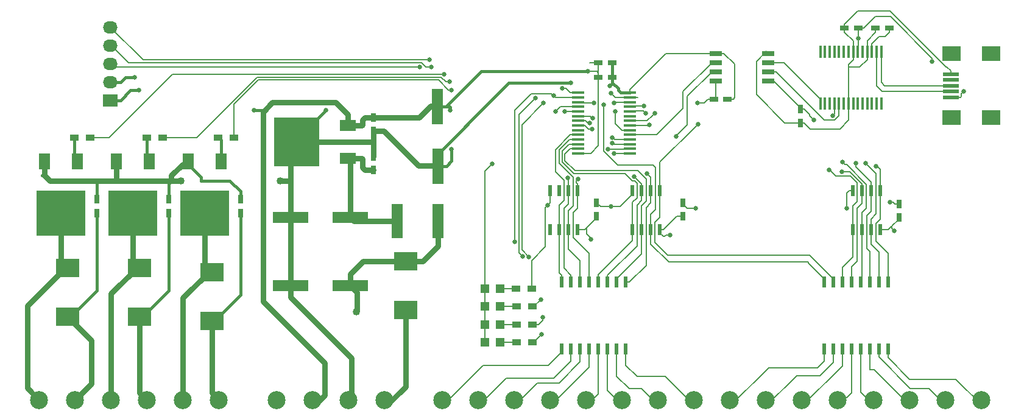
<source format=gtl>
G04 #@! TF.FileFunction,Copper,L1,Top,Signal*
%FSLAX46Y46*%
G04 Gerber Fmt 4.6, Leading zero omitted, Abs format (unit mm)*
G04 Created by KiCad (PCBNEW (2015-11-11 BZR 6310)-product) date Mon 12 Sep 2016 09:25:39 AM CDT*
%MOMM*%
G01*
G04 APERTURE LIST*
%ADD10C,0.100000*%
%ADD11R,0.600000X1.550000*%
%ADD12R,1.200000X0.750000*%
%ADD13R,0.750000X1.200000*%
%ADD14R,5.000000X1.600000*%
%ADD15R,1.600000X5.000000*%
%ADD16R,1.600000X4.700000*%
%ADD17R,2.301240X0.500380*%
%ADD18R,2.499360X1.998980*%
%ADD19R,1.524000X2.260600*%
%ADD20R,6.731000X6.223000*%
%ADD21R,1.200000X0.900000*%
%ADD22R,1.700000X0.650000*%
%ADD23R,2.260600X1.524000*%
%ADD24R,6.223000X6.731000*%
%ADD25R,3.299460X2.499360*%
%ADD26R,2.032000X1.727200*%
%ADD27O,2.032000X1.727200*%
%ADD28R,1.750000X0.450000*%
%ADD29R,0.600000X1.500000*%
%ADD30C,2.500000*%
%ADD31R,0.450000X1.750000*%
%ADD32R,1.198880X1.198880*%
%ADD33C,0.635000*%
%ADD34C,1.016000*%
%ADD35C,0.203200*%
%ADD36C,0.762000*%
%ADD37C,0.381000*%
G04 APERTURE END LIST*
D10*
D11*
X154555000Y-74800000D03*
X155825000Y-74800000D03*
X157095000Y-74800000D03*
X158365000Y-74800000D03*
X158365000Y-69400000D03*
X157095000Y-69400000D03*
X155825000Y-69400000D03*
X154555000Y-69400000D03*
X165985000Y-74800000D03*
X167255000Y-74800000D03*
X168525000Y-74800000D03*
X169795000Y-74800000D03*
X169795000Y-69400000D03*
X168525000Y-69400000D03*
X167255000Y-69400000D03*
X165985000Y-69400000D03*
D12*
X197358000Y-46814000D03*
X195458000Y-46814000D03*
D13*
X189296000Y-58056000D03*
X189296000Y-59956000D03*
D12*
X201676000Y-46814000D03*
X199776000Y-46814000D03*
X177300000Y-56650000D03*
X179200000Y-56650000D03*
D14*
X126740000Y-82570000D03*
X118440000Y-82620000D03*
X126740000Y-73070000D03*
X118440000Y-73120000D03*
D13*
X129940000Y-66520000D03*
X129940000Y-64620000D03*
X129940000Y-59220000D03*
X129940000Y-61120000D03*
D15*
X138860000Y-57680000D03*
X138910000Y-65980000D03*
D13*
X91500000Y-72500000D03*
X91500000Y-70600000D03*
X101500000Y-72500000D03*
X101500000Y-70600000D03*
X111500000Y-72500000D03*
X111500000Y-70600000D03*
D16*
X138940000Y-73620000D03*
X133240000Y-73620000D03*
D17*
X210201580Y-56399840D03*
X210201580Y-55599740D03*
X210201580Y-54799640D03*
X210201580Y-53999540D03*
X210201580Y-53199440D03*
D18*
X210300640Y-59249720D03*
X215799740Y-59249720D03*
X210300640Y-50349560D03*
X215799740Y-50349560D03*
D19*
X88786000Y-65337200D03*
X84214000Y-65337200D03*
D20*
X86500000Y-72500000D03*
D19*
X98786000Y-65337200D03*
X94214000Y-65337200D03*
D20*
X96500000Y-72500000D03*
D19*
X108786000Y-65337200D03*
X104214000Y-65337200D03*
D20*
X106500000Y-72500000D03*
D21*
X88400000Y-62000000D03*
X90600000Y-62000000D03*
X98500000Y-62000000D03*
X100700000Y-62000000D03*
X108400000Y-62000000D03*
X110600000Y-62000000D03*
D22*
X184850000Y-54105000D03*
X184850000Y-52835000D03*
X184850000Y-51565000D03*
X184850000Y-50295000D03*
X177550000Y-50295000D03*
X177550000Y-51565000D03*
X177550000Y-52835000D03*
X177550000Y-54105000D03*
D23*
X126440000Y-64906000D03*
X126440000Y-60334000D03*
D24*
X119277200Y-62620000D03*
D25*
X134440000Y-79218940D03*
X134440000Y-86021060D03*
X87500000Y-86901060D03*
X87500000Y-80098940D03*
X97500000Y-86901060D03*
X97500000Y-80098940D03*
X107500000Y-87500000D03*
X107500000Y-80697880D03*
D12*
X161248321Y-53614355D03*
X163148321Y-53614355D03*
X161248321Y-51614355D03*
X163148321Y-51614355D03*
D26*
X93400000Y-56820000D03*
D27*
X93400000Y-54280000D03*
X93400000Y-51740000D03*
X93400000Y-49200000D03*
X93400000Y-46660000D03*
D28*
X165600000Y-64225000D03*
X165600000Y-63575000D03*
X165600000Y-62925000D03*
X165600000Y-62275000D03*
X165600000Y-61625000D03*
X165600000Y-60975000D03*
X165600000Y-60325000D03*
X165600000Y-59675000D03*
X165600000Y-59025000D03*
X165600000Y-58375000D03*
X165600000Y-57725000D03*
X165600000Y-57075000D03*
X165600000Y-56425000D03*
X165600000Y-55775000D03*
X158400000Y-55775000D03*
X158400000Y-56425000D03*
X158400000Y-57075000D03*
X158400000Y-57725000D03*
X158400000Y-58375000D03*
X158400000Y-59025000D03*
X158400000Y-59675000D03*
X158400000Y-60325000D03*
X158400000Y-60975000D03*
X158400000Y-61625000D03*
X158400000Y-62275000D03*
X158400000Y-62925000D03*
X158400000Y-63575000D03*
X158400000Y-64225000D03*
D29*
X201490000Y-82100000D03*
X200220000Y-82100000D03*
X198950000Y-82100000D03*
X197680000Y-82100000D03*
X196410000Y-82100000D03*
X195140000Y-82100000D03*
X193870000Y-82100000D03*
X192600000Y-82100000D03*
X192600000Y-91400000D03*
X193870000Y-91400000D03*
X195140000Y-91400000D03*
X196410000Y-91400000D03*
X197680000Y-91400000D03*
X198950000Y-91400000D03*
X200220000Y-91400000D03*
X201490000Y-91400000D03*
X165045000Y-82100000D03*
X163775000Y-82100000D03*
X162505000Y-82100000D03*
X161235000Y-82100000D03*
X159965000Y-82100000D03*
X158695000Y-82100000D03*
X157425000Y-82100000D03*
X156155000Y-82100000D03*
X156155000Y-91400000D03*
X157425000Y-91400000D03*
X158695000Y-91400000D03*
X159965000Y-91400000D03*
X161235000Y-91400000D03*
X162505000Y-91400000D03*
X163775000Y-91400000D03*
X165045000Y-91400000D03*
D11*
X196600000Y-74800000D03*
X197870000Y-74800000D03*
X199140000Y-74800000D03*
X200410000Y-74800000D03*
X200410000Y-69400000D03*
X199140000Y-69400000D03*
X197870000Y-69400000D03*
X196600000Y-69400000D03*
D13*
X161000000Y-71050000D03*
X161000000Y-72950000D03*
X173000000Y-71050000D03*
X173000000Y-72950000D03*
X203000000Y-71214800D03*
X203000000Y-73114800D03*
D30*
X184500000Y-98500000D03*
X189500000Y-98500000D03*
X194500000Y-98500000D03*
X199500000Y-98500000D03*
X204500000Y-98500000D03*
X209500000Y-98500000D03*
X214500000Y-98500000D03*
X179500000Y-98500000D03*
X144500000Y-98500000D03*
X149500000Y-98500000D03*
X154500000Y-98500000D03*
X159500000Y-98500000D03*
X164500000Y-98500000D03*
X169500000Y-98500000D03*
X174500000Y-98500000D03*
X139500000Y-98500000D03*
D31*
X192100000Y-57300000D03*
X192750000Y-57300000D03*
X193400000Y-57300000D03*
X194050000Y-57300000D03*
X194700000Y-57300000D03*
X195350000Y-57300000D03*
X196000000Y-57300000D03*
X196650000Y-57300000D03*
X197300000Y-57300000D03*
X197950000Y-57300000D03*
X198600000Y-57300000D03*
X199250000Y-57300000D03*
X199900000Y-57300000D03*
X200550000Y-57300000D03*
X200550000Y-50100000D03*
X199900000Y-50100000D03*
X199250000Y-50100000D03*
X198600000Y-50100000D03*
X197950000Y-50100000D03*
X197300000Y-50100000D03*
X196650000Y-50100000D03*
X196000000Y-50100000D03*
X195350000Y-50100000D03*
X194700000Y-50100000D03*
X194050000Y-50100000D03*
X193400000Y-50100000D03*
X192750000Y-50100000D03*
X192100000Y-50100000D03*
D30*
X121500000Y-98500000D03*
X116500000Y-98500000D03*
X131500000Y-98500000D03*
X126500000Y-98500000D03*
X88500000Y-98500000D03*
X83500000Y-98500000D03*
X98500000Y-98500000D03*
X93500000Y-98500000D03*
X108500000Y-98500000D03*
X103500000Y-98500000D03*
D32*
X147598040Y-83000000D03*
X145500000Y-83000000D03*
X147549020Y-85500000D03*
X145450980Y-85500000D03*
X147549020Y-88000000D03*
X145450980Y-88000000D03*
X147598040Y-90500000D03*
X145500000Y-90500000D03*
D21*
X149800000Y-83000000D03*
X152000000Y-83000000D03*
X149900000Y-85500000D03*
X152100000Y-85500000D03*
X149900000Y-88000000D03*
X152100000Y-88000000D03*
X149900000Y-90500000D03*
X152100000Y-90500000D03*
D33*
X146500000Y-65700000D03*
D34*
X117000000Y-68000000D03*
X103200000Y-68000000D03*
D33*
X123400000Y-58200000D03*
X96800000Y-53600000D03*
X162800000Y-54800000D03*
X140800000Y-63600000D03*
X157400000Y-54400000D03*
X202400000Y-75000000D03*
X171200000Y-75600000D03*
X160200000Y-76200000D03*
X212000000Y-55600000D03*
X207631354Y-51439817D03*
X197358000Y-48200000D03*
X193800000Y-59000000D03*
X191200000Y-59600000D03*
X160400000Y-60800000D03*
X199800000Y-66000000D03*
X161977914Y-57422086D03*
X160600000Y-57200000D03*
X168332368Y-60203080D03*
X198400000Y-65600000D03*
X197000000Y-65600000D03*
X160000000Y-60000000D03*
X169057338Y-58628247D03*
X195177914Y-65422086D03*
X160450867Y-59323700D03*
X195073197Y-66770975D03*
X193323626Y-66479454D03*
X167800000Y-58600000D03*
X175082727Y-60144405D03*
X167600000Y-57600000D03*
X168000000Y-67000000D03*
X163400000Y-64200000D03*
X162600000Y-63600000D03*
X166233200Y-67400000D03*
X163200000Y-62806635D03*
X158400000Y-67800000D03*
X163200000Y-61993822D03*
X157000000Y-67600000D03*
X136400000Y-52200000D03*
X156600000Y-58400000D03*
X138000000Y-52200000D03*
X163000000Y-55800000D03*
X137800000Y-51200000D03*
X156200000Y-55200000D03*
X113400000Y-58200000D03*
X97400000Y-55400000D03*
X201800000Y-71000000D03*
X140600000Y-58200000D03*
X159800000Y-52800000D03*
X175000000Y-57200000D03*
X154200000Y-71400000D03*
X163000000Y-71600000D03*
X174800000Y-71800000D03*
X195800000Y-71800000D03*
D34*
X127600000Y-86200000D03*
D33*
X149622069Y-76500000D03*
X153220579Y-84529421D03*
X139809034Y-53196920D03*
X155044137Y-56212580D03*
X150694093Y-78538265D03*
X153500000Y-87000000D03*
X152500000Y-56500000D03*
X140543745Y-54255402D03*
X163422086Y-57177914D03*
X153600000Y-57218989D03*
X151600000Y-78600000D03*
X153350000Y-89400000D03*
X140822086Y-55377914D03*
X163600000Y-58400000D03*
X155312862Y-58390525D03*
X172015731Y-61859902D03*
D35*
X145500000Y-83000000D02*
X145500000Y-66700000D01*
X145500000Y-66700000D02*
X146500000Y-65700000D01*
X145500000Y-90500000D02*
X145500000Y-88049020D01*
X145500000Y-88049020D02*
X145450980Y-88000000D01*
X145500000Y-83000000D02*
X145500000Y-89000000D01*
D36*
X118440000Y-68000000D02*
X118440000Y-63457200D01*
X118440000Y-73120000D02*
X118440000Y-68000000D01*
X118440000Y-68000000D02*
X117000000Y-68000000D01*
X101500000Y-68000000D02*
X103200000Y-68000000D01*
X101863389Y-67943889D02*
X101919500Y-68000000D01*
X101863389Y-67294886D02*
X101863389Y-67943889D01*
X103452775Y-65705500D02*
X101863389Y-67294886D01*
X104214000Y-65705500D02*
X103452775Y-65705500D01*
D37*
X123400000Y-58200000D02*
X119277200Y-62322800D01*
X119277200Y-62322800D02*
X119277200Y-62620000D01*
X95477000Y-53600000D02*
X96800000Y-53600000D01*
X93400000Y-54280000D02*
X94797000Y-54280000D01*
X94797000Y-54280000D02*
X95477000Y-53600000D01*
X162800000Y-54800000D02*
X163148321Y-54451679D01*
X163148321Y-54451679D02*
X163148321Y-54370355D01*
X140800000Y-63600000D02*
X140800000Y-65271000D01*
X140800000Y-65271000D02*
X140091000Y-65980000D01*
X140091000Y-65980000D02*
X138910000Y-65980000D01*
X163977966Y-55200000D02*
X163977966Y-55408966D01*
X163977966Y-55408966D02*
X164344000Y-55775000D01*
X164344000Y-55775000D02*
X165600000Y-55775000D01*
X163148321Y-53614355D02*
X163148321Y-54370355D01*
X163148321Y-54370355D02*
X163977966Y-55200000D01*
X163148321Y-51614355D02*
X163148321Y-53614355D01*
X163148321Y-51614355D02*
X162923321Y-51614355D01*
X148790000Y-54400000D02*
X157400000Y-54400000D01*
X146800000Y-56390000D02*
X148790000Y-54400000D01*
X138910000Y-65980000D02*
X138910000Y-64280000D01*
X138910000Y-64280000D02*
X146800000Y-56390000D01*
D35*
X177550000Y-50295000D02*
X170651800Y-50295000D01*
X170651800Y-50295000D02*
X165600000Y-55346800D01*
X165600000Y-55346800D02*
X165600000Y-55775000D01*
X180200000Y-51800000D02*
X178695000Y-50295000D01*
X178695000Y-50295000D02*
X177550000Y-50295000D01*
X180200000Y-56453200D02*
X180200000Y-51800000D01*
X179200000Y-56650000D02*
X180003200Y-56650000D01*
X180003200Y-56650000D02*
X180200000Y-56453200D01*
X201539800Y-74800000D02*
X202000000Y-74339800D01*
X202000000Y-74339800D02*
X203000000Y-73339800D01*
X202400000Y-75000000D02*
X202000000Y-74600000D01*
X202000000Y-74600000D02*
X202000000Y-74339800D01*
X171200000Y-75600000D02*
X170595000Y-75600000D01*
X170595000Y-75600000D02*
X170416800Y-75778200D01*
X169795000Y-75275000D02*
X169795000Y-74800000D01*
X170416800Y-75778200D02*
X170298200Y-75778200D01*
X170298200Y-75778200D02*
X169795000Y-75275000D01*
X159600000Y-75400000D02*
X160200000Y-76000000D01*
X160200000Y-76000000D02*
X160200000Y-76200000D01*
X159600000Y-74575000D02*
X161000000Y-73175000D01*
X159375000Y-74800000D02*
X159600000Y-74575000D01*
X159600000Y-74575000D02*
X159600000Y-75400000D01*
X200410000Y-74800000D02*
X201539800Y-74800000D01*
X203000000Y-73339800D02*
X203000000Y-73114800D01*
X169795000Y-74800000D02*
X170298200Y-74800000D01*
X172421800Y-72950000D02*
X173000000Y-72950000D01*
X170298200Y-74800000D02*
X172148200Y-72950000D01*
X172148200Y-72950000D02*
X172421800Y-72950000D01*
X158365000Y-74800000D02*
X159375000Y-74800000D01*
X161000000Y-73175000D02*
X161000000Y-72950000D01*
D36*
X118440000Y-82620000D02*
X118440000Y-84182000D01*
X118440000Y-84182000D02*
X126940000Y-92682000D01*
X126940000Y-92682000D02*
X126940000Y-99120000D01*
X129940000Y-62482000D02*
X129940000Y-64620000D01*
X129802000Y-62620000D02*
X119277200Y-62620000D01*
X129940000Y-61120000D02*
X129940000Y-62482000D01*
X129940000Y-62482000D02*
X129802000Y-62620000D01*
X136240000Y-65920000D02*
X131440000Y-61120000D01*
X131440000Y-61120000D02*
X129940000Y-61120000D01*
X137990000Y-65920000D02*
X136240000Y-65920000D01*
X118440000Y-63457200D02*
X119277200Y-62620000D01*
X118440000Y-73120000D02*
X118440000Y-82620000D01*
D37*
X91500000Y-70600000D02*
X91500000Y-68000000D01*
X101500000Y-70600000D02*
X101500000Y-68419500D01*
X101500000Y-68419500D02*
X101919500Y-68000000D01*
X106000000Y-68000000D02*
X106000000Y-67491500D01*
X106000000Y-67491500D02*
X104214000Y-65705500D01*
X104214000Y-65705500D02*
X104214000Y-65337200D01*
X110000000Y-68000000D02*
X106000000Y-68000000D01*
X111500000Y-69500000D02*
X110000000Y-68000000D01*
X111500000Y-70375000D02*
X111500000Y-69500000D01*
X111500000Y-70600000D02*
X111500000Y-70375000D01*
X83889500Y-67229500D02*
X84214000Y-67229500D01*
D36*
X94250000Y-68000000D02*
X91500000Y-68000000D01*
X91500000Y-68000000D02*
X84984500Y-68000000D01*
X101919500Y-68000000D02*
X101500000Y-68000000D01*
X101500000Y-68000000D02*
X94250000Y-68000000D01*
X94214000Y-65337200D02*
X94214000Y-67229500D01*
X94214000Y-67229500D02*
X94250000Y-67265500D01*
X94250000Y-67265500D02*
X94250000Y-68000000D01*
X84214000Y-65337200D02*
X84214000Y-67229500D01*
X84214000Y-67229500D02*
X84984500Y-68000000D01*
D35*
X154305000Y-93700000D02*
X145190000Y-93700000D01*
X145190000Y-93700000D02*
X139600000Y-99290000D01*
X156155000Y-91400000D02*
X156155000Y-91850000D01*
X156155000Y-91850000D02*
X154305000Y-93700000D01*
X155000000Y-95500000D02*
X157425000Y-93075000D01*
X157425000Y-93075000D02*
X157425000Y-91400000D01*
X144600000Y-99290000D02*
X148390000Y-95500000D01*
X148390000Y-95500000D02*
X155000000Y-95500000D01*
X155800000Y-96100000D02*
X152790000Y-96100000D01*
X152790000Y-96100000D02*
X149600000Y-99290000D01*
X158695000Y-93205000D02*
X155800000Y-96100000D01*
X158695000Y-91400000D02*
X158695000Y-93205000D01*
X159965000Y-91400000D02*
X159965000Y-93925000D01*
X159965000Y-93925000D02*
X154600000Y-99290000D01*
X161235000Y-91400000D02*
X161235000Y-97655000D01*
X161235000Y-97655000D02*
X159600000Y-99290000D01*
X162505000Y-91400000D02*
X162505000Y-97195000D01*
X162505000Y-97195000D02*
X164600000Y-99290000D01*
X165500000Y-96900000D02*
X167210000Y-96900000D01*
X167210000Y-96900000D02*
X169600000Y-99290000D01*
X163775000Y-95175000D02*
X165500000Y-96900000D01*
X163775000Y-91400000D02*
X163775000Y-95175000D01*
X166600000Y-95200000D02*
X170510000Y-95200000D01*
X170510000Y-95200000D02*
X174600000Y-99290000D01*
X165045000Y-93645000D02*
X166600000Y-95200000D01*
X165045000Y-91400000D02*
X165045000Y-93645000D01*
X212000000Y-55600000D02*
X211682501Y-55917499D01*
X211682501Y-55917499D02*
X211682501Y-56272739D01*
X211682501Y-56272739D02*
X211555400Y-56399840D01*
X211555400Y-56399840D02*
X210201580Y-56399840D01*
X201840549Y-45200000D02*
X207631354Y-50990805D01*
X207631354Y-50990805D02*
X207631354Y-51439817D01*
X198161200Y-46814000D02*
X199775200Y-45200000D01*
X197358000Y-46814000D02*
X198161200Y-46814000D01*
X199775200Y-45200000D02*
X201840549Y-45200000D01*
X197358000Y-46814000D02*
X197358000Y-48200000D01*
X197358000Y-48200000D02*
X197358000Y-50042000D01*
X197358000Y-50042000D02*
X197300000Y-50100000D01*
X193800000Y-59000000D02*
X194050000Y-58750000D01*
X194050000Y-58750000D02*
X194050000Y-57300000D01*
X190600000Y-58781800D02*
X190600000Y-59000000D01*
X190600000Y-59000000D02*
X191200000Y-59600000D01*
X189296000Y-58056000D02*
X189874200Y-58056000D01*
X189874200Y-58056000D02*
X190600000Y-58781800D01*
X189296000Y-58056000D02*
X189296000Y-57831000D01*
X189296000Y-57831000D02*
X185570000Y-54105000D01*
X185570000Y-54105000D02*
X184850000Y-54105000D01*
X210201580Y-53199440D02*
X210201580Y-52746050D01*
X210201580Y-52746050D02*
X209655530Y-52200000D01*
X209655530Y-52200000D02*
X209600000Y-52200000D01*
X209600000Y-52200000D02*
X201800000Y-44400000D01*
X201800000Y-44400000D02*
X197293800Y-44400000D01*
X197293800Y-44400000D02*
X195458000Y-46235800D01*
X195458000Y-46235800D02*
X195458000Y-46814000D01*
X199776000Y-46814000D02*
X199776000Y-47392200D01*
X199776000Y-47392200D02*
X198600000Y-48568200D01*
X198600000Y-48568200D02*
X198600000Y-49021800D01*
X198600000Y-49021800D02*
X198600000Y-50100000D01*
X195458000Y-46814000D02*
X195458000Y-47392200D01*
X195458000Y-47392200D02*
X196650000Y-48584200D01*
X196650000Y-48584200D02*
X196650000Y-49021800D01*
X196650000Y-49021800D02*
X196650000Y-50100000D01*
X196000000Y-52200000D02*
X196000000Y-56221800D01*
X196000000Y-51828200D02*
X196000000Y-52200000D01*
X196000000Y-52200000D02*
X197578200Y-52200000D01*
X197578200Y-52200000D02*
X198600000Y-51178200D01*
X198600000Y-51178200D02*
X198600000Y-50100000D01*
X196650000Y-50100000D02*
X196650000Y-51178200D01*
X196650000Y-51178200D02*
X196000000Y-51828200D01*
X196000000Y-56221800D02*
X196000000Y-57300000D01*
X194800000Y-60800000D02*
X196000000Y-59600000D01*
X196000000Y-59600000D02*
X196000000Y-57300000D01*
X190718200Y-60800000D02*
X194800000Y-60800000D01*
X189296000Y-59956000D02*
X189874200Y-59956000D01*
X189874200Y-59956000D02*
X190718200Y-60800000D01*
X184620000Y-50000000D02*
X184620000Y-50065000D01*
X184620000Y-50065000D02*
X184850000Y-50295000D01*
X183200000Y-56000000D02*
X183200000Y-51420000D01*
X183200000Y-51420000D02*
X184620000Y-50000000D01*
X187156000Y-59956000D02*
X183200000Y-56000000D01*
X189296000Y-59956000D02*
X187156000Y-59956000D01*
X201068200Y-48000000D02*
X200271800Y-48000000D01*
X200271800Y-48000000D02*
X199250000Y-49021800D01*
X199250000Y-49021800D02*
X199250000Y-50100000D01*
X201676000Y-46814000D02*
X201676000Y-47392200D01*
X201676000Y-47392200D02*
X201068200Y-48000000D01*
D36*
X128440000Y-65013700D02*
X128440000Y-66157000D01*
X128803000Y-66520000D02*
X129940000Y-66520000D01*
X128440000Y-66157000D02*
X128803000Y-66520000D01*
X126440000Y-64906000D02*
X128332300Y-64906000D01*
X128332300Y-64906000D02*
X128440000Y-65013700D01*
X126740000Y-73070000D02*
X126740000Y-65206000D01*
X126740000Y-65206000D02*
X126440000Y-64906000D01*
X133240000Y-73620000D02*
X127290000Y-73620000D01*
X127290000Y-73620000D02*
X126740000Y-73070000D01*
X134440000Y-86021060D02*
X134440000Y-96620000D01*
X134440000Y-96620000D02*
X131940000Y-99120000D01*
X83500000Y-98500000D02*
X81843891Y-96843891D01*
X87099950Y-80098940D02*
X87500000Y-80098940D01*
X81843891Y-96843891D02*
X81843891Y-85354999D01*
X81843891Y-85354999D02*
X87099950Y-80098940D01*
X86500000Y-72500000D02*
X86500000Y-79098940D01*
X86500000Y-79098940D02*
X87500000Y-80098940D01*
X96500000Y-72500000D02*
X96500000Y-79098940D01*
X96500000Y-79098940D02*
X97500000Y-80098940D01*
X93500000Y-98500000D02*
X93500000Y-83698890D01*
X93500000Y-83698890D02*
X97099950Y-80098940D01*
X97099950Y-80098940D02*
X97500000Y-80098940D01*
X106500000Y-72500000D02*
X106500000Y-79697880D01*
X106500000Y-79697880D02*
X107500000Y-80697880D01*
X103500000Y-98500000D02*
X103500000Y-84297830D01*
X103500000Y-84297830D02*
X107099950Y-80697880D01*
X107099950Y-80697880D02*
X107500000Y-80697880D01*
D35*
X199900000Y-50100000D02*
X199900000Y-54855543D01*
X199900000Y-54855543D02*
X200644197Y-55599740D01*
X200644197Y-55599740D02*
X210201580Y-55599740D01*
X201000360Y-54799640D02*
X200550000Y-54349280D01*
X200550000Y-54349280D02*
X200550000Y-53516778D01*
X200550000Y-50100000D02*
X200550000Y-53516778D01*
X201000360Y-54799640D02*
X210201580Y-54799640D01*
D37*
X88400000Y-62000000D02*
X88400000Y-64951200D01*
X88400000Y-64951200D02*
X88786000Y-65337200D01*
X98500000Y-62000000D02*
X98500000Y-65051200D01*
X98500000Y-65051200D02*
X98786000Y-65337200D01*
X108786000Y-65337200D02*
X108786000Y-62386000D01*
X108786000Y-62386000D02*
X108400000Y-62000000D01*
D35*
X160400000Y-60800000D02*
X159827922Y-60800000D01*
X159352922Y-60325000D02*
X158400000Y-60325000D01*
X159827922Y-60800000D02*
X159352922Y-60325000D01*
X200410000Y-66410000D02*
X200000000Y-66000000D01*
X200000000Y-66000000D02*
X199800000Y-66000000D01*
X200410000Y-69400000D02*
X200410000Y-66410000D01*
X201490000Y-78090000D02*
X201490000Y-81146800D01*
X199800000Y-73938830D02*
X199800000Y-76400000D01*
X200410000Y-69400000D02*
X200410000Y-73328830D01*
X201490000Y-81146800D02*
X201490000Y-82100000D01*
X199800000Y-76400000D02*
X201490000Y-78090000D01*
X200410000Y-73328830D02*
X199800000Y-73938830D01*
X161977914Y-63861328D02*
X161977914Y-57871098D01*
X168800000Y-65800000D02*
X163916586Y-65800000D01*
X163916586Y-65800000D02*
X161977914Y-63861328D01*
X169200000Y-66200000D02*
X168800000Y-65800000D01*
X168525000Y-72647752D02*
X169200000Y-71972752D01*
X168525000Y-74800000D02*
X168525000Y-72647752D01*
X169200000Y-71972752D02*
X169200000Y-66200000D01*
X161977914Y-57871098D02*
X161977914Y-57422086D01*
X160600000Y-57200000D02*
X158525000Y-57200000D01*
X158525000Y-57200000D02*
X158400000Y-57075000D01*
X168525000Y-74800000D02*
X168525000Y-76825000D01*
X168525000Y-76825000D02*
X171000000Y-79300000D01*
X171000000Y-79300000D02*
X190400000Y-79300000D01*
X190400000Y-79300000D02*
X190400000Y-79450000D01*
X190400000Y-79450000D02*
X192600000Y-81650000D01*
X192600000Y-81650000D02*
X192600000Y-82100000D01*
X165600000Y-60325000D02*
X168210448Y-60325000D01*
X168210448Y-60325000D02*
X168332368Y-60203080D01*
X199830599Y-67600000D02*
X199830599Y-67369401D01*
X199830599Y-72638244D02*
X199830599Y-67600000D01*
X199830599Y-67600000D02*
X199830599Y-67030599D01*
X199830599Y-67030599D02*
X198400000Y-65600000D01*
X199140000Y-74800000D02*
X199140000Y-73328843D01*
X199140000Y-73328843D02*
X199830599Y-72638244D01*
X199140000Y-76840000D02*
X200220000Y-77920000D01*
X200220000Y-77920000D02*
X200220000Y-82100000D01*
X199140000Y-74800000D02*
X199140000Y-76840000D01*
X197000000Y-65600000D02*
X197000000Y-66073888D01*
X197000000Y-66073888D02*
X199140000Y-68213888D01*
X199140000Y-68213888D02*
X199140000Y-69400000D01*
X159803200Y-60000000D02*
X160000000Y-60000000D01*
X158400000Y-59675000D02*
X159478200Y-59675000D01*
X159478200Y-59675000D02*
X159803200Y-60000000D01*
X199140000Y-69400000D02*
X199140000Y-72288579D01*
X198560599Y-77460599D02*
X198950000Y-77850000D01*
X199140000Y-72288579D02*
X198560599Y-72867980D01*
X198560599Y-72867980D02*
X198560599Y-77460599D01*
X198950000Y-77850000D02*
X198950000Y-82100000D01*
X168739839Y-58945746D02*
X169057338Y-58628247D01*
X168010585Y-59675000D02*
X168739839Y-58945746D01*
X165600000Y-59675000D02*
X168010585Y-59675000D01*
X195495413Y-65739585D02*
X195177914Y-65422086D01*
X198500000Y-68500101D02*
X195739484Y-65739585D01*
X198500000Y-71837322D02*
X198500000Y-68500101D01*
X197870000Y-72467322D02*
X198500000Y-71837322D01*
X197870000Y-74800000D02*
X197870000Y-72467322D01*
X195739484Y-65739585D02*
X195495413Y-65739585D01*
X197870000Y-74800000D02*
X197870000Y-81910000D01*
X197870000Y-81910000D02*
X197680000Y-82100000D01*
X158400000Y-59025000D02*
X160152167Y-59025000D01*
X160152167Y-59025000D02*
X160450867Y-59323700D01*
X195522209Y-66770975D02*
X195073197Y-66770975D01*
X197870000Y-69400000D02*
X197870000Y-68421800D01*
X197870000Y-68421800D02*
X196219175Y-66770975D01*
X196219175Y-66770975D02*
X195522209Y-66770975D01*
X197870000Y-69400000D02*
X197870000Y-71202687D01*
X197200000Y-71872687D02*
X197200000Y-79200000D01*
X197870000Y-71202687D02*
X197200000Y-71872687D01*
X197200000Y-79200000D02*
X196410000Y-79990000D01*
X196410000Y-79990000D02*
X196410000Y-81146800D01*
X196410000Y-81146800D02*
X196410000Y-82100000D01*
X193641125Y-66796953D02*
X193323626Y-66479454D01*
X194212049Y-67367877D02*
X193641125Y-66796953D01*
X197200000Y-68290630D02*
X196277247Y-67367877D01*
X197200000Y-70903815D02*
X197200000Y-68290630D01*
X196600000Y-71503815D02*
X197200000Y-70903815D01*
X196600000Y-74800000D02*
X196600000Y-71503815D01*
X196277247Y-67367877D02*
X194212049Y-67367877D01*
X167800000Y-58600000D02*
X167482501Y-58282501D01*
X167482501Y-58282501D02*
X165692499Y-58282501D01*
X165692499Y-58282501D02*
X165600000Y-58375000D01*
X196600000Y-78600000D02*
X195140000Y-80060000D01*
X195140000Y-80060000D02*
X195140000Y-81840000D01*
X196600000Y-78300000D02*
X196600000Y-78600000D01*
X196600000Y-74800000D02*
X196600000Y-78300000D01*
X169795000Y-65432132D02*
X174765228Y-60461904D01*
X169795000Y-69400000D02*
X169795000Y-65432132D01*
X174765228Y-60461904D02*
X175082727Y-60144405D01*
X167600000Y-57600000D02*
X165725000Y-57600000D01*
X165725000Y-57600000D02*
X165600000Y-57725000D01*
X169795000Y-70378200D02*
X169795000Y-69400000D01*
X169795000Y-73090630D02*
X169795000Y-70378200D01*
X169104401Y-73781229D02*
X169795000Y-73090630D01*
X169104401Y-76604401D02*
X169104401Y-73781229D01*
X170900000Y-78400000D02*
X169104401Y-76604401D01*
X190620000Y-78400000D02*
X170900000Y-78400000D01*
X191300000Y-79080000D02*
X190620000Y-78400000D01*
X191300000Y-79080000D02*
X191200000Y-78980000D01*
X193870000Y-81650000D02*
X191300000Y-79080000D01*
X193870000Y-82100000D02*
X193870000Y-81650000D01*
X168525000Y-69400000D02*
X168525000Y-67525000D01*
X168525000Y-67525000D02*
X168317499Y-67317499D01*
X168317499Y-67317499D02*
X168000000Y-67000000D01*
X164496800Y-64200000D02*
X163400000Y-64200000D01*
X165600000Y-64225000D02*
X164521800Y-64225000D01*
X164521800Y-64225000D02*
X164496800Y-64200000D01*
X165045000Y-82100000D02*
X165548200Y-82100000D01*
X165548200Y-82100000D02*
X167878364Y-79769836D01*
X167878364Y-79769836D02*
X167878364Y-71759334D01*
X167878364Y-71759334D02*
X168525000Y-71112698D01*
X168525000Y-71112698D02*
X168525000Y-69400000D01*
X156500000Y-67983416D02*
X155256967Y-66740383D01*
X156500000Y-68800000D02*
X156500000Y-67983416D01*
X157321800Y-61625000D02*
X158400000Y-61625000D01*
X155256967Y-66740383D02*
X155256967Y-63689833D01*
X155256967Y-63689833D02*
X157321800Y-61625000D01*
X156500000Y-68800000D02*
X156500000Y-68400000D01*
X156500000Y-70750785D02*
X156500000Y-68800000D01*
X155825000Y-74800000D02*
X155825000Y-71425785D01*
X155825000Y-71425785D02*
X156500000Y-70750785D01*
X155800000Y-80791800D02*
X155825000Y-80766800D01*
X155825000Y-80766800D02*
X155825000Y-74800000D01*
X156155000Y-82100000D02*
X156155000Y-81146800D01*
X156155000Y-81146800D02*
X155800000Y-80791800D01*
X157961076Y-66600000D02*
X156600000Y-65238924D01*
X157321800Y-63575000D02*
X158400000Y-63575000D01*
X156600000Y-65238924D02*
X156600000Y-64296800D01*
X166738830Y-66600000D02*
X157961076Y-66600000D01*
X156600000Y-64296800D02*
X157321800Y-63575000D01*
X167900000Y-70839113D02*
X167900000Y-67761170D01*
X167255000Y-71484113D02*
X167900000Y-70839113D01*
X167900000Y-67761170D02*
X166738830Y-66600000D01*
X167255000Y-74800000D02*
X167255000Y-71484113D01*
X163775000Y-82100000D02*
X163775000Y-81650000D01*
X163775000Y-81650000D02*
X167255000Y-78170000D01*
X167255000Y-78170000D02*
X167255000Y-75778200D01*
X167255000Y-75778200D02*
X167255000Y-74800000D01*
X162600000Y-63600000D02*
X165575000Y-63600000D01*
X165575000Y-63600000D02*
X165600000Y-63575000D01*
X167255000Y-69400000D02*
X167255000Y-68421800D01*
X167255000Y-68421800D02*
X166233200Y-67400000D01*
X162505000Y-82100000D02*
X162505000Y-81146800D01*
X166600000Y-71397624D02*
X167255000Y-70742624D01*
X162505000Y-81146800D02*
X166600000Y-77051800D01*
X166600000Y-77051800D02*
X166600000Y-71397624D01*
X167255000Y-70742624D02*
X167255000Y-69400000D01*
X156218989Y-63842181D02*
X157136170Y-62925000D01*
X164949786Y-67000000D02*
X157822246Y-67000000D01*
X157136170Y-62925000D02*
X157321800Y-62925000D01*
X156218989Y-65396743D02*
X156218989Y-63842181D01*
X165946687Y-67996901D02*
X164949786Y-67000000D01*
X157321800Y-62925000D02*
X158400000Y-62925000D01*
X166258071Y-67996901D02*
X165946687Y-67996901D01*
X157822246Y-67000000D02*
X156218989Y-65396743D01*
X166600000Y-70362922D02*
X166600000Y-68338830D01*
X165985000Y-70977922D02*
X166600000Y-70362922D01*
X166600000Y-68338830D02*
X166258071Y-67996901D01*
X165985000Y-74800000D02*
X165985000Y-70977922D01*
X161235000Y-81065000D02*
X165985000Y-76315000D01*
X165985000Y-76315000D02*
X165985000Y-74800000D01*
X161235000Y-82100000D02*
X161235000Y-81065000D01*
X163318365Y-62925000D02*
X163200000Y-62806635D01*
X165600000Y-62925000D02*
X163318365Y-62925000D01*
X158200000Y-68256800D02*
X158200000Y-68000000D01*
X158200000Y-68000000D02*
X158400000Y-67800000D01*
X158365000Y-69400000D02*
X158365000Y-68421800D01*
X158365000Y-68421800D02*
X158200000Y-68256800D01*
X159965000Y-82100000D02*
X159965000Y-78109370D01*
X159965000Y-78109370D02*
X157758172Y-75902542D01*
X157758172Y-75902542D02*
X157758172Y-72441828D01*
X157758172Y-72441828D02*
X158365000Y-71835000D01*
X158365000Y-71835000D02*
X158365000Y-70378200D01*
X158365000Y-70378200D02*
X158365000Y-69400000D01*
X163481178Y-62275000D02*
X163200000Y-61993822D01*
X165600000Y-62275000D02*
X163481178Y-62275000D01*
X157095000Y-67695000D02*
X157000000Y-67600000D01*
X157095000Y-69400000D02*
X157095000Y-67695000D01*
X157425000Y-82100000D02*
X157425000Y-81146800D01*
X157425000Y-81146800D02*
X156450444Y-80172244D01*
X157095000Y-71223085D02*
X157095000Y-70378200D01*
X156450444Y-80172244D02*
X156450444Y-71867641D01*
X156450444Y-71867641D02*
X157095000Y-71223085D01*
X157095000Y-70378200D02*
X157095000Y-69400000D01*
X184850000Y-51565000D02*
X187015000Y-51565000D01*
X187015000Y-51565000D02*
X192100000Y-56650000D01*
X192100000Y-56650000D02*
X192100000Y-57300000D01*
X194700000Y-58983414D02*
X194700000Y-58378200D01*
X194086513Y-59596901D02*
X194700000Y-58983414D01*
X192665101Y-59596901D02*
X194086513Y-59596901D01*
X185903200Y-52835000D02*
X192665101Y-59596901D01*
X184850000Y-52835000D02*
X185903200Y-52835000D01*
X194700000Y-58378200D02*
X194700000Y-57300000D01*
X136400000Y-52200000D02*
X93860000Y-52200000D01*
X93860000Y-52200000D02*
X93400000Y-51740000D01*
X93400000Y-51740000D02*
X93435159Y-51704841D01*
X157296800Y-58400000D02*
X156600000Y-58400000D01*
X158400000Y-58375000D02*
X157321800Y-58375000D01*
X157321800Y-58375000D02*
X157296800Y-58400000D01*
X158375000Y-58400000D02*
X158400000Y-58375000D01*
X93552400Y-49200000D02*
X93400000Y-49200000D01*
X95955499Y-51603099D02*
X93552400Y-49200000D01*
X136686513Y-51603099D02*
X95955499Y-51603099D01*
X137283414Y-52200000D02*
X136686513Y-51603099D01*
X138000000Y-52200000D02*
X137283414Y-52200000D01*
X163625000Y-56425000D02*
X163000000Y-55800000D01*
X165600000Y-56425000D02*
X163625000Y-56425000D01*
X165600000Y-56425000D02*
X166678200Y-56425000D01*
X137800000Y-51200000D02*
X97940000Y-51200000D01*
X97940000Y-51200000D02*
X93400000Y-46660000D01*
X156746800Y-55200000D02*
X156200000Y-55200000D01*
X158400000Y-55775000D02*
X157321800Y-55775000D01*
X157321800Y-55775000D02*
X156746800Y-55200000D01*
X155837978Y-65554562D02*
X155837978Y-63684362D01*
X157785599Y-71471710D02*
X157785599Y-67502183D01*
X157785599Y-67502183D02*
X155837978Y-65554562D01*
X157247340Y-62275000D02*
X157321800Y-62275000D01*
X157321800Y-62275000D02*
X158400000Y-62275000D01*
X155837978Y-63684362D02*
X157247340Y-62275000D01*
X157095000Y-74800000D02*
X157095000Y-72162309D01*
X157095000Y-72162309D02*
X157785599Y-71471710D01*
X157095000Y-74800000D02*
X157095000Y-77543701D01*
X157095000Y-77543701D02*
X158695000Y-79143701D01*
X158695000Y-79143701D02*
X158695000Y-81146800D01*
X158695000Y-81146800D02*
X158695000Y-82100000D01*
X191700000Y-94000000D02*
X184890000Y-94000000D01*
X184890000Y-94000000D02*
X179600000Y-99290000D01*
X192600000Y-93100000D02*
X191700000Y-94000000D01*
X192600000Y-91400000D02*
X192600000Y-93100000D01*
X192000000Y-95100000D02*
X188790000Y-95100000D01*
X188790000Y-95100000D02*
X184600000Y-99290000D01*
X193870000Y-93230000D02*
X192000000Y-95100000D01*
X193870000Y-91400000D02*
X193870000Y-93230000D01*
X195140000Y-91400000D02*
X195140000Y-93750000D01*
X195140000Y-93750000D02*
X189600000Y-99290000D01*
X196410000Y-91400000D02*
X196410000Y-97480000D01*
X196410000Y-97480000D02*
X194600000Y-99290000D01*
X197680000Y-91400000D02*
X197680000Y-97370000D01*
X197680000Y-97370000D02*
X199600000Y-99290000D01*
X198950000Y-94250000D02*
X199560000Y-94250000D01*
X199560000Y-94250000D02*
X204600000Y-99290000D01*
X198950000Y-91400000D02*
X198950000Y-94250000D01*
X204600000Y-96900000D02*
X207210000Y-96900000D01*
X207210000Y-96900000D02*
X209600000Y-99290000D01*
X200220000Y-92520000D02*
X204600000Y-96900000D01*
X200220000Y-91400000D02*
X200220000Y-92520000D01*
X204500000Y-95600000D02*
X210910000Y-95600000D01*
X210910000Y-95600000D02*
X214600000Y-99290000D01*
X201490000Y-92590000D02*
X204500000Y-95600000D01*
X201490000Y-91400000D02*
X201490000Y-92590000D01*
X152000000Y-83000000D02*
X152000000Y-79083414D01*
X152000000Y-79083414D02*
X153882501Y-77200913D01*
X153882501Y-77200913D02*
X153882501Y-71717499D01*
X153882501Y-71717499D02*
X154200000Y-71400000D01*
D37*
X113400000Y-58200000D02*
X114370960Y-58200000D01*
X114370960Y-58200000D02*
X114615480Y-58444520D01*
X96217000Y-55400000D02*
X97400000Y-55400000D01*
X93400000Y-56820000D02*
X94797000Y-56820000D01*
X94797000Y-56820000D02*
X96217000Y-55400000D01*
D35*
X202207000Y-71000000D02*
X201800000Y-71000000D01*
X203000000Y-71214800D02*
X202421800Y-71214800D01*
X202421800Y-71214800D02*
X202207000Y-71000000D01*
D37*
X140600000Y-58200000D02*
X140600000Y-57750988D01*
X140600000Y-57750988D02*
X140529012Y-57680000D01*
X140529012Y-57680000D02*
X140041000Y-57680000D01*
X138860000Y-57680000D02*
X140041000Y-57680000D01*
X140041000Y-57680000D02*
X144921000Y-52800000D01*
X144921000Y-52800000D02*
X159350988Y-52800000D01*
X159350988Y-52800000D02*
X159800000Y-52800000D01*
D35*
X159800000Y-52800000D02*
X161012166Y-52800000D01*
X161012166Y-52800000D02*
X161248321Y-53036155D01*
X161248321Y-53036155D02*
X161248321Y-53614355D01*
X175946800Y-57200000D02*
X175000000Y-57200000D01*
X177300000Y-56650000D02*
X176496800Y-56650000D01*
X176496800Y-56650000D02*
X175946800Y-57200000D01*
X177550000Y-54105000D02*
X177550000Y-56400000D01*
X177550000Y-56400000D02*
X177300000Y-56650000D01*
X161248321Y-51614355D02*
X160041955Y-51614355D01*
X161248321Y-63151679D02*
X160175000Y-64225000D01*
X160175000Y-64225000D02*
X158400000Y-64225000D01*
X161248321Y-53614355D02*
X161248321Y-63151679D01*
X161248321Y-53614355D02*
X161248321Y-51614355D01*
X154200000Y-71400000D02*
X154555000Y-71045000D01*
X154555000Y-71045000D02*
X154555000Y-69400000D01*
X163000000Y-71600000D02*
X164260000Y-71600000D01*
X164260000Y-71600000D02*
X165985000Y-69875000D01*
X165985000Y-69875000D02*
X165985000Y-69400000D01*
X163000000Y-71600000D02*
X161550000Y-71600000D01*
X161550000Y-71600000D02*
X161000000Y-71050000D01*
X174800000Y-71800000D02*
X173750000Y-71800000D01*
X173750000Y-71800000D02*
X173696800Y-71853200D01*
X173696800Y-71853200D02*
X173578200Y-71853200D01*
X173578200Y-71853200D02*
X173000000Y-71275000D01*
X173000000Y-71275000D02*
X173000000Y-71050000D01*
X195800000Y-69696800D02*
X195800000Y-71800000D01*
X196600000Y-69400000D02*
X196096800Y-69400000D01*
X196096800Y-69400000D02*
X195800000Y-69696800D01*
D36*
X126440000Y-60334000D02*
X126440000Y-58810000D01*
X114615480Y-84795480D02*
X123189999Y-93369999D01*
X126440000Y-58810000D02*
X124750000Y-57120000D01*
X124750000Y-57120000D02*
X115940000Y-57120000D01*
X115940000Y-57120000D02*
X114615480Y-58444520D01*
X114615480Y-58444520D02*
X114615480Y-84795480D01*
X123189999Y-97870001D02*
X121940000Y-99120000D01*
X123189999Y-93369999D02*
X123189999Y-97870001D01*
X128440000Y-60226300D02*
X128440000Y-59583000D01*
X128440000Y-59583000D02*
X128803000Y-59220000D01*
X128803000Y-59220000D02*
X129940000Y-59220000D01*
X126440000Y-60334000D02*
X128332300Y-60334000D01*
X128332300Y-60334000D02*
X128440000Y-60226300D01*
X129940000Y-59220000D02*
X136340000Y-59220000D01*
X136340000Y-59220000D02*
X137940000Y-57620000D01*
X87500000Y-86901060D02*
X90810015Y-90211075D01*
X90810015Y-90211075D02*
X90810015Y-96189985D01*
X90810015Y-96189985D02*
X88500000Y-98500000D01*
X127600000Y-86200000D02*
X127700521Y-86099479D01*
X127700521Y-86099479D02*
X127700521Y-83530521D01*
X127700521Y-83530521D02*
X126740000Y-82570000D01*
X134440000Y-79218940D02*
X136851730Y-79218940D01*
X136851730Y-79218940D02*
X138940000Y-77130670D01*
X138940000Y-76732000D02*
X138940000Y-73620000D01*
X138940000Y-77130670D02*
X138940000Y-76732000D01*
X134440000Y-79218940D02*
X128529060Y-79218940D01*
X128529060Y-79218940D02*
X126740000Y-81008000D01*
X126740000Y-81008000D02*
X126740000Y-82570000D01*
D37*
X111500000Y-72500000D02*
X111500000Y-83900050D01*
X111500000Y-83900050D02*
X107900050Y-87500000D01*
X107900050Y-87500000D02*
X107500000Y-87500000D01*
X101500000Y-72500000D02*
X101500000Y-83301110D01*
X101500000Y-83301110D02*
X97900050Y-86901060D01*
X97900050Y-86901060D02*
X97500000Y-86901060D01*
X91500000Y-72500000D02*
X91500000Y-83301110D01*
X91500000Y-83301110D02*
X87900050Y-86901060D01*
X87900050Y-86901060D02*
X87500000Y-86901060D01*
D36*
X107500000Y-87500000D02*
X107500000Y-97500000D01*
X107500000Y-97500000D02*
X108500000Y-98500000D01*
X97500000Y-86901060D02*
X97500000Y-97500000D01*
X97500000Y-97500000D02*
X98500000Y-98500000D01*
D35*
X147598040Y-83000000D02*
X149800000Y-83000000D01*
X149900000Y-85500000D02*
X147549020Y-85500000D01*
X147549020Y-88000000D02*
X149900000Y-88000000D01*
X147598040Y-90500000D02*
X150300000Y-90500000D01*
X151939563Y-55895081D02*
X149622069Y-58212575D01*
X154726638Y-55895081D02*
X151939563Y-55895081D01*
X149622069Y-58212575D02*
X149622069Y-76050988D01*
X155044137Y-56212580D02*
X154726638Y-55895081D01*
X149622069Y-76050988D02*
X149622069Y-76500000D01*
X153220579Y-84529421D02*
X153220579Y-84443210D01*
X152250000Y-85500000D02*
X153220579Y-84529421D01*
X152100000Y-85500000D02*
X152250000Y-85500000D01*
X139360022Y-53196920D02*
X139809034Y-53196920D01*
X93200000Y-62000000D02*
X102003080Y-53196920D01*
X90600000Y-62000000D02*
X93200000Y-62000000D01*
X102003080Y-53196920D02*
X139360022Y-53196920D01*
X155256557Y-56425000D02*
X155044137Y-56212580D01*
X158400000Y-56425000D02*
X155256557Y-56425000D01*
X150218989Y-58781011D02*
X150218989Y-78063161D01*
X152500000Y-56500000D02*
X150218989Y-58781011D01*
X150376594Y-78220766D02*
X150694093Y-78538265D01*
X150218989Y-78063161D02*
X150376594Y-78220766D01*
X153500000Y-87403200D02*
X153500000Y-87000000D01*
X152100000Y-88000000D02*
X152903200Y-88000000D01*
X152903200Y-88000000D02*
X153500000Y-87403200D01*
X105461170Y-62000000D02*
X113842181Y-53618989D01*
X139379058Y-53618989D02*
X140015471Y-54255402D01*
X100700000Y-62000000D02*
X105461170Y-62000000D01*
X113842181Y-53618989D02*
X139379058Y-53618989D01*
X140015471Y-54255402D02*
X140094733Y-54255402D01*
X140094733Y-54255402D02*
X140543745Y-54255402D01*
X163525000Y-57075000D02*
X163422086Y-57177914D01*
X165600000Y-57075000D02*
X163525000Y-57075000D01*
X150600000Y-77600000D02*
X150600000Y-60218989D01*
X150600000Y-60218989D02*
X153600000Y-57218989D01*
X151600000Y-78600000D02*
X150600000Y-77600000D01*
X152100000Y-90500000D02*
X152250000Y-90500000D01*
X152250000Y-90500000D02*
X153350000Y-89400000D01*
X110600000Y-57400000D02*
X114000000Y-54000000D01*
X140373074Y-55377914D02*
X140822086Y-55377914D01*
X114000000Y-54000000D02*
X138995160Y-54000000D01*
X138995160Y-54000000D02*
X140373074Y-55377914D01*
X110600000Y-62000000D02*
X110600000Y-57400000D01*
X163600000Y-60053200D02*
X163600000Y-58400000D01*
X165600000Y-60975000D02*
X164521800Y-60975000D01*
X164521800Y-60975000D02*
X163600000Y-60053200D01*
X177550000Y-51565000D02*
X177025000Y-51565000D01*
X177025000Y-51565000D02*
X173000000Y-55590000D01*
X173000000Y-55590000D02*
X173000000Y-57988538D01*
X173000000Y-57988538D02*
X169363538Y-61625000D01*
X169363538Y-61625000D02*
X166678200Y-61625000D01*
X166678200Y-61625000D02*
X165600000Y-61625000D01*
X155978387Y-57725000D02*
X155630361Y-58073026D01*
X158400000Y-57725000D02*
X155978387Y-57725000D01*
X155630361Y-58073026D02*
X155312862Y-58390525D01*
X177550000Y-52835000D02*
X177025000Y-52835000D01*
X177025000Y-52835000D02*
X173600000Y-56260000D01*
X173600000Y-56260000D02*
X173600000Y-60275633D01*
X172333230Y-61542403D02*
X172015731Y-61859902D01*
X173600000Y-60275633D02*
X172333230Y-61542403D01*
M02*

</source>
